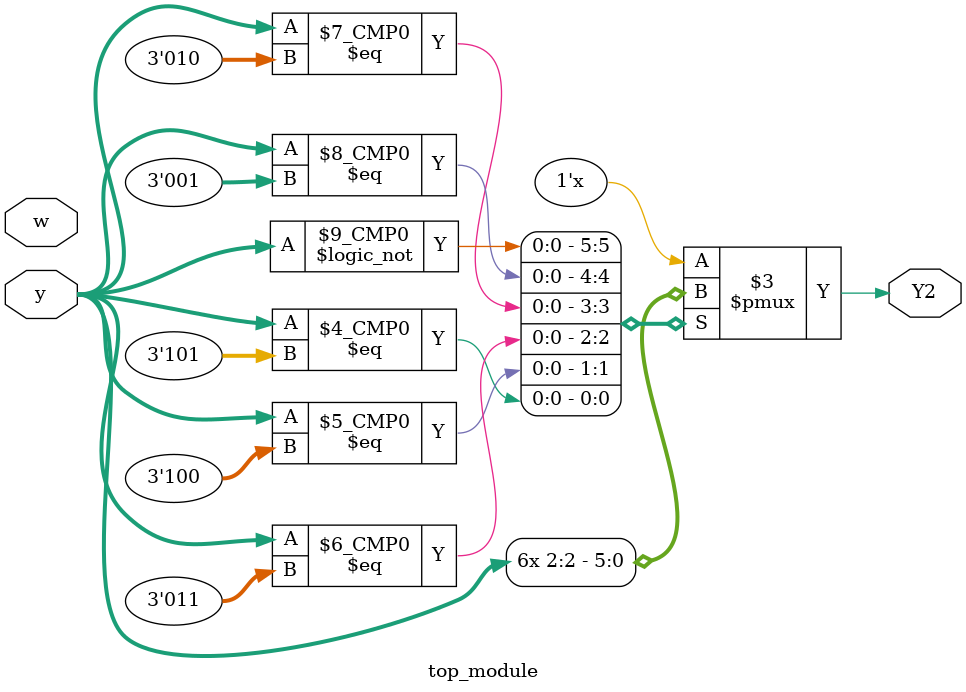
<source format=sv>
module top_module(
	input [3:1] y,
	input w,
	output reg Y2);
	
	always @(*) begin
		case(y)
			3'b000: Y2 = y[2];
			3'b001: Y2 = y[2];
			3'b010: Y2 = y[2];
			3'b011: Y2 = y[2];
			3'b100: Y2 = y[2];
			3'b101: Y2 = y[2];
		endcase
	end
    
endmodule

</source>
